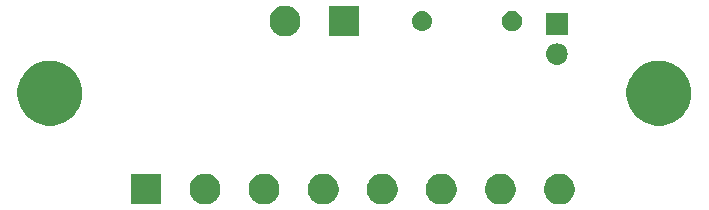
<source format=gbr>
G04 #@! TF.GenerationSoftware,KiCad,Pcbnew,(5.1.4)-1*
G04 #@! TF.CreationDate,2019-09-19T18:51:56-04:00*
G04 #@! TF.ProjectId,power_distribution,706f7765-725f-4646-9973-747269627574,rev?*
G04 #@! TF.SameCoordinates,Original*
G04 #@! TF.FileFunction,Soldermask,Bot*
G04 #@! TF.FilePolarity,Negative*
%FSLAX46Y46*%
G04 Gerber Fmt 4.6, Leading zero omitted, Abs format (unit mm)*
G04 Created by KiCad (PCBNEW (5.1.4)-1) date 2019-09-19 18:51:56*
%MOMM*%
%LPD*%
G04 APERTURE LIST*
%ADD10C,0.100000*%
G04 APERTURE END LIST*
D10*
G36*
X186843487Y-92728996D02*
G01*
X187080253Y-92827068D01*
X187080255Y-92827069D01*
X187293339Y-92969447D01*
X187474553Y-93150661D01*
X187616932Y-93363747D01*
X187715004Y-93600513D01*
X187765000Y-93851861D01*
X187765000Y-94108139D01*
X187715004Y-94359487D01*
X187616932Y-94596253D01*
X187616931Y-94596255D01*
X187474553Y-94809339D01*
X187293339Y-94990553D01*
X187080255Y-95132931D01*
X187080254Y-95132932D01*
X187080253Y-95132932D01*
X186843487Y-95231004D01*
X186592139Y-95281000D01*
X186335861Y-95281000D01*
X186084513Y-95231004D01*
X185847747Y-95132932D01*
X185847746Y-95132932D01*
X185847745Y-95132931D01*
X185634661Y-94990553D01*
X185453447Y-94809339D01*
X185311069Y-94596255D01*
X185311068Y-94596253D01*
X185212996Y-94359487D01*
X185163000Y-94108139D01*
X185163000Y-93851861D01*
X185212996Y-93600513D01*
X185311068Y-93363747D01*
X185453447Y-93150661D01*
X185634661Y-92969447D01*
X185847745Y-92827069D01*
X185847747Y-92827068D01*
X186084513Y-92728996D01*
X186335861Y-92679000D01*
X186592139Y-92679000D01*
X186843487Y-92728996D01*
X186843487Y-92728996D01*
G37*
G36*
X157765000Y-95281000D02*
G01*
X155163000Y-95281000D01*
X155163000Y-92679000D01*
X157765000Y-92679000D01*
X157765000Y-95281000D01*
X157765000Y-95281000D01*
G37*
G36*
X161843487Y-92728996D02*
G01*
X162080253Y-92827068D01*
X162080255Y-92827069D01*
X162293339Y-92969447D01*
X162474553Y-93150661D01*
X162616932Y-93363747D01*
X162715004Y-93600513D01*
X162765000Y-93851861D01*
X162765000Y-94108139D01*
X162715004Y-94359487D01*
X162616932Y-94596253D01*
X162616931Y-94596255D01*
X162474553Y-94809339D01*
X162293339Y-94990553D01*
X162080255Y-95132931D01*
X162080254Y-95132932D01*
X162080253Y-95132932D01*
X161843487Y-95231004D01*
X161592139Y-95281000D01*
X161335861Y-95281000D01*
X161084513Y-95231004D01*
X160847747Y-95132932D01*
X160847746Y-95132932D01*
X160847745Y-95132931D01*
X160634661Y-94990553D01*
X160453447Y-94809339D01*
X160311069Y-94596255D01*
X160311068Y-94596253D01*
X160212996Y-94359487D01*
X160163000Y-94108139D01*
X160163000Y-93851861D01*
X160212996Y-93600513D01*
X160311068Y-93363747D01*
X160453447Y-93150661D01*
X160634661Y-92969447D01*
X160847745Y-92827069D01*
X160847747Y-92827068D01*
X161084513Y-92728996D01*
X161335861Y-92679000D01*
X161592139Y-92679000D01*
X161843487Y-92728996D01*
X161843487Y-92728996D01*
G37*
G36*
X166843487Y-92728996D02*
G01*
X167080253Y-92827068D01*
X167080255Y-92827069D01*
X167293339Y-92969447D01*
X167474553Y-93150661D01*
X167616932Y-93363747D01*
X167715004Y-93600513D01*
X167765000Y-93851861D01*
X167765000Y-94108139D01*
X167715004Y-94359487D01*
X167616932Y-94596253D01*
X167616931Y-94596255D01*
X167474553Y-94809339D01*
X167293339Y-94990553D01*
X167080255Y-95132931D01*
X167080254Y-95132932D01*
X167080253Y-95132932D01*
X166843487Y-95231004D01*
X166592139Y-95281000D01*
X166335861Y-95281000D01*
X166084513Y-95231004D01*
X165847747Y-95132932D01*
X165847746Y-95132932D01*
X165847745Y-95132931D01*
X165634661Y-94990553D01*
X165453447Y-94809339D01*
X165311069Y-94596255D01*
X165311068Y-94596253D01*
X165212996Y-94359487D01*
X165163000Y-94108139D01*
X165163000Y-93851861D01*
X165212996Y-93600513D01*
X165311068Y-93363747D01*
X165453447Y-93150661D01*
X165634661Y-92969447D01*
X165847745Y-92827069D01*
X165847747Y-92827068D01*
X166084513Y-92728996D01*
X166335861Y-92679000D01*
X166592139Y-92679000D01*
X166843487Y-92728996D01*
X166843487Y-92728996D01*
G37*
G36*
X171843487Y-92728996D02*
G01*
X172080253Y-92827068D01*
X172080255Y-92827069D01*
X172293339Y-92969447D01*
X172474553Y-93150661D01*
X172616932Y-93363747D01*
X172715004Y-93600513D01*
X172765000Y-93851861D01*
X172765000Y-94108139D01*
X172715004Y-94359487D01*
X172616932Y-94596253D01*
X172616931Y-94596255D01*
X172474553Y-94809339D01*
X172293339Y-94990553D01*
X172080255Y-95132931D01*
X172080254Y-95132932D01*
X172080253Y-95132932D01*
X171843487Y-95231004D01*
X171592139Y-95281000D01*
X171335861Y-95281000D01*
X171084513Y-95231004D01*
X170847747Y-95132932D01*
X170847746Y-95132932D01*
X170847745Y-95132931D01*
X170634661Y-94990553D01*
X170453447Y-94809339D01*
X170311069Y-94596255D01*
X170311068Y-94596253D01*
X170212996Y-94359487D01*
X170163000Y-94108139D01*
X170163000Y-93851861D01*
X170212996Y-93600513D01*
X170311068Y-93363747D01*
X170453447Y-93150661D01*
X170634661Y-92969447D01*
X170847745Y-92827069D01*
X170847747Y-92827068D01*
X171084513Y-92728996D01*
X171335861Y-92679000D01*
X171592139Y-92679000D01*
X171843487Y-92728996D01*
X171843487Y-92728996D01*
G37*
G36*
X176843487Y-92728996D02*
G01*
X177080253Y-92827068D01*
X177080255Y-92827069D01*
X177293339Y-92969447D01*
X177474553Y-93150661D01*
X177616932Y-93363747D01*
X177715004Y-93600513D01*
X177765000Y-93851861D01*
X177765000Y-94108139D01*
X177715004Y-94359487D01*
X177616932Y-94596253D01*
X177616931Y-94596255D01*
X177474553Y-94809339D01*
X177293339Y-94990553D01*
X177080255Y-95132931D01*
X177080254Y-95132932D01*
X177080253Y-95132932D01*
X176843487Y-95231004D01*
X176592139Y-95281000D01*
X176335861Y-95281000D01*
X176084513Y-95231004D01*
X175847747Y-95132932D01*
X175847746Y-95132932D01*
X175847745Y-95132931D01*
X175634661Y-94990553D01*
X175453447Y-94809339D01*
X175311069Y-94596255D01*
X175311068Y-94596253D01*
X175212996Y-94359487D01*
X175163000Y-94108139D01*
X175163000Y-93851861D01*
X175212996Y-93600513D01*
X175311068Y-93363747D01*
X175453447Y-93150661D01*
X175634661Y-92969447D01*
X175847745Y-92827069D01*
X175847747Y-92827068D01*
X176084513Y-92728996D01*
X176335861Y-92679000D01*
X176592139Y-92679000D01*
X176843487Y-92728996D01*
X176843487Y-92728996D01*
G37*
G36*
X181843487Y-92728996D02*
G01*
X182080253Y-92827068D01*
X182080255Y-92827069D01*
X182293339Y-92969447D01*
X182474553Y-93150661D01*
X182616932Y-93363747D01*
X182715004Y-93600513D01*
X182765000Y-93851861D01*
X182765000Y-94108139D01*
X182715004Y-94359487D01*
X182616932Y-94596253D01*
X182616931Y-94596255D01*
X182474553Y-94809339D01*
X182293339Y-94990553D01*
X182080255Y-95132931D01*
X182080254Y-95132932D01*
X182080253Y-95132932D01*
X181843487Y-95231004D01*
X181592139Y-95281000D01*
X181335861Y-95281000D01*
X181084513Y-95231004D01*
X180847747Y-95132932D01*
X180847746Y-95132932D01*
X180847745Y-95132931D01*
X180634661Y-94990553D01*
X180453447Y-94809339D01*
X180311069Y-94596255D01*
X180311068Y-94596253D01*
X180212996Y-94359487D01*
X180163000Y-94108139D01*
X180163000Y-93851861D01*
X180212996Y-93600513D01*
X180311068Y-93363747D01*
X180453447Y-93150661D01*
X180634661Y-92969447D01*
X180847745Y-92827069D01*
X180847747Y-92827068D01*
X181084513Y-92728996D01*
X181335861Y-92679000D01*
X181592139Y-92679000D01*
X181843487Y-92728996D01*
X181843487Y-92728996D01*
G37*
G36*
X191843487Y-92728996D02*
G01*
X192080253Y-92827068D01*
X192080255Y-92827069D01*
X192293339Y-92969447D01*
X192474553Y-93150661D01*
X192616932Y-93363747D01*
X192715004Y-93600513D01*
X192765000Y-93851861D01*
X192765000Y-94108139D01*
X192715004Y-94359487D01*
X192616932Y-94596253D01*
X192616931Y-94596255D01*
X192474553Y-94809339D01*
X192293339Y-94990553D01*
X192080255Y-95132931D01*
X192080254Y-95132932D01*
X192080253Y-95132932D01*
X191843487Y-95231004D01*
X191592139Y-95281000D01*
X191335861Y-95281000D01*
X191084513Y-95231004D01*
X190847747Y-95132932D01*
X190847746Y-95132932D01*
X190847745Y-95132931D01*
X190634661Y-94990553D01*
X190453447Y-94809339D01*
X190311069Y-94596255D01*
X190311068Y-94596253D01*
X190212996Y-94359487D01*
X190163000Y-94108139D01*
X190163000Y-93851861D01*
X190212996Y-93600513D01*
X190311068Y-93363747D01*
X190453447Y-93150661D01*
X190634661Y-92969447D01*
X190847745Y-92827069D01*
X190847747Y-92827068D01*
X191084513Y-92728996D01*
X191335861Y-92679000D01*
X191592139Y-92679000D01*
X191843487Y-92728996D01*
X191843487Y-92728996D01*
G37*
G36*
X148872693Y-83153859D02*
G01*
X149138437Y-83206719D01*
X149639087Y-83414095D01*
X149819561Y-83534684D01*
X150089660Y-83715158D01*
X150472842Y-84098340D01*
X150653316Y-84368439D01*
X150773905Y-84548913D01*
X150907363Y-84871109D01*
X150981281Y-85049564D01*
X151087000Y-85581049D01*
X151087000Y-86122951D01*
X151051186Y-86303000D01*
X150981281Y-86654437D01*
X150773905Y-87155087D01*
X150717521Y-87239471D01*
X150472842Y-87605660D01*
X150089660Y-87988842D01*
X149826774Y-88164496D01*
X149639087Y-88289905D01*
X149138437Y-88497281D01*
X148872694Y-88550140D01*
X148606951Y-88603000D01*
X148065049Y-88603000D01*
X147799306Y-88550140D01*
X147533563Y-88497281D01*
X147032913Y-88289905D01*
X146845226Y-88164496D01*
X146582340Y-87988842D01*
X146199158Y-87605660D01*
X145954479Y-87239471D01*
X145898095Y-87155087D01*
X145690719Y-86654437D01*
X145620814Y-86303000D01*
X145585000Y-86122951D01*
X145585000Y-85581049D01*
X145690719Y-85049564D01*
X145764637Y-84871109D01*
X145898095Y-84548913D01*
X146018684Y-84368439D01*
X146199158Y-84098340D01*
X146582340Y-83715158D01*
X146852439Y-83534684D01*
X147032913Y-83414095D01*
X147533563Y-83206719D01*
X147799307Y-83153859D01*
X148065049Y-83101000D01*
X148606951Y-83101000D01*
X148872693Y-83153859D01*
X148872693Y-83153859D01*
G37*
G36*
X200434693Y-83153859D02*
G01*
X200700437Y-83206719D01*
X201201087Y-83414095D01*
X201381561Y-83534684D01*
X201651660Y-83715158D01*
X202034842Y-84098340D01*
X202215316Y-84368439D01*
X202335905Y-84548913D01*
X202469363Y-84871109D01*
X202543281Y-85049564D01*
X202649000Y-85581049D01*
X202649000Y-86122951D01*
X202613186Y-86303000D01*
X202543281Y-86654437D01*
X202335905Y-87155087D01*
X202279521Y-87239471D01*
X202034842Y-87605660D01*
X201651660Y-87988842D01*
X201388774Y-88164496D01*
X201201087Y-88289905D01*
X200700437Y-88497281D01*
X200434694Y-88550140D01*
X200168951Y-88603000D01*
X199627049Y-88603000D01*
X199361306Y-88550140D01*
X199095563Y-88497281D01*
X198594913Y-88289905D01*
X198407226Y-88164496D01*
X198144340Y-87988842D01*
X197761158Y-87605660D01*
X197516479Y-87239471D01*
X197460095Y-87155087D01*
X197252719Y-86654437D01*
X197182814Y-86303000D01*
X197147000Y-86122951D01*
X197147000Y-85581049D01*
X197252719Y-85049564D01*
X197326637Y-84871109D01*
X197460095Y-84548913D01*
X197580684Y-84368439D01*
X197761158Y-84098340D01*
X198144340Y-83715158D01*
X198414439Y-83534684D01*
X198594913Y-83414095D01*
X199095563Y-83206719D01*
X199361307Y-83153859D01*
X199627049Y-83101000D01*
X200168951Y-83101000D01*
X200434693Y-83153859D01*
X200434693Y-83153859D01*
G37*
G36*
X191372443Y-81655519D02*
G01*
X191438627Y-81662037D01*
X191608466Y-81713557D01*
X191764991Y-81797222D01*
X191800729Y-81826552D01*
X191902186Y-81909814D01*
X191985448Y-82011271D01*
X192014778Y-82047009D01*
X192098443Y-82203534D01*
X192149963Y-82373373D01*
X192167359Y-82550000D01*
X192149963Y-82726627D01*
X192098443Y-82896466D01*
X192014778Y-83052991D01*
X191985448Y-83088729D01*
X191902186Y-83190186D01*
X191800729Y-83273448D01*
X191764991Y-83302778D01*
X191608466Y-83386443D01*
X191438627Y-83437963D01*
X191372443Y-83444481D01*
X191306260Y-83451000D01*
X191217740Y-83451000D01*
X191151557Y-83444481D01*
X191085373Y-83437963D01*
X190915534Y-83386443D01*
X190759009Y-83302778D01*
X190723271Y-83273448D01*
X190621814Y-83190186D01*
X190538552Y-83088729D01*
X190509222Y-83052991D01*
X190425557Y-82896466D01*
X190374037Y-82726627D01*
X190356641Y-82550000D01*
X190374037Y-82373373D01*
X190425557Y-82203534D01*
X190509222Y-82047009D01*
X190538552Y-82011271D01*
X190621814Y-81909814D01*
X190723271Y-81826552D01*
X190759009Y-81797222D01*
X190915534Y-81713557D01*
X191085373Y-81662037D01*
X191151557Y-81655519D01*
X191217740Y-81649000D01*
X191306260Y-81649000D01*
X191372443Y-81655519D01*
X191372443Y-81655519D01*
G37*
G36*
X174529000Y-81057000D02*
G01*
X171927000Y-81057000D01*
X171927000Y-78455000D01*
X174529000Y-78455000D01*
X174529000Y-81057000D01*
X174529000Y-81057000D01*
G37*
G36*
X168607487Y-78504996D02*
G01*
X168844253Y-78603068D01*
X168844255Y-78603069D01*
X169057339Y-78745447D01*
X169238553Y-78926661D01*
X169380932Y-79139747D01*
X169479004Y-79376513D01*
X169529000Y-79627861D01*
X169529000Y-79884139D01*
X169479004Y-80135487D01*
X169411490Y-80298480D01*
X169380931Y-80372255D01*
X169238553Y-80585339D01*
X169057339Y-80766553D01*
X168844255Y-80908931D01*
X168844254Y-80908932D01*
X168844253Y-80908932D01*
X168607487Y-81007004D01*
X168356139Y-81057000D01*
X168099861Y-81057000D01*
X167848513Y-81007004D01*
X167611747Y-80908932D01*
X167611746Y-80908932D01*
X167611745Y-80908931D01*
X167398661Y-80766553D01*
X167217447Y-80585339D01*
X167075069Y-80372255D01*
X167044510Y-80298480D01*
X166976996Y-80135487D01*
X166927000Y-79884139D01*
X166927000Y-79627861D01*
X166976996Y-79376513D01*
X167075068Y-79139747D01*
X167217447Y-78926661D01*
X167398661Y-78745447D01*
X167611745Y-78603069D01*
X167611747Y-78603068D01*
X167848513Y-78504996D01*
X168099861Y-78455000D01*
X168356139Y-78455000D01*
X168607487Y-78504996D01*
X168607487Y-78504996D01*
G37*
G36*
X192163000Y-80911000D02*
G01*
X190361000Y-80911000D01*
X190361000Y-79109000D01*
X192163000Y-79109000D01*
X192163000Y-80911000D01*
X192163000Y-80911000D01*
G37*
G36*
X187700228Y-78937703D02*
G01*
X187855100Y-79001853D01*
X187994481Y-79094985D01*
X188113015Y-79213519D01*
X188206147Y-79352900D01*
X188270297Y-79507772D01*
X188303000Y-79672184D01*
X188303000Y-79839816D01*
X188270297Y-80004228D01*
X188206147Y-80159100D01*
X188113015Y-80298481D01*
X187994481Y-80417015D01*
X187855100Y-80510147D01*
X187700228Y-80574297D01*
X187535816Y-80607000D01*
X187368184Y-80607000D01*
X187203772Y-80574297D01*
X187048900Y-80510147D01*
X186909519Y-80417015D01*
X186790985Y-80298481D01*
X186697853Y-80159100D01*
X186633703Y-80004228D01*
X186601000Y-79839816D01*
X186601000Y-79672184D01*
X186633703Y-79507772D01*
X186697853Y-79352900D01*
X186790985Y-79213519D01*
X186909519Y-79094985D01*
X187048900Y-79001853D01*
X187203772Y-78937703D01*
X187368184Y-78905000D01*
X187535816Y-78905000D01*
X187700228Y-78937703D01*
X187700228Y-78937703D01*
G37*
G36*
X179998823Y-78917313D02*
G01*
X180159242Y-78965976D01*
X180226361Y-79001852D01*
X180307078Y-79044996D01*
X180436659Y-79151341D01*
X180543004Y-79280922D01*
X180543005Y-79280924D01*
X180622024Y-79428758D01*
X180670687Y-79589177D01*
X180687117Y-79756000D01*
X180670687Y-79922823D01*
X180622024Y-80083242D01*
X180581477Y-80159100D01*
X180543004Y-80231078D01*
X180436659Y-80360659D01*
X180307078Y-80467004D01*
X180307076Y-80467005D01*
X180159242Y-80546024D01*
X179998823Y-80594687D01*
X179873804Y-80607000D01*
X179790196Y-80607000D01*
X179665177Y-80594687D01*
X179504758Y-80546024D01*
X179356924Y-80467005D01*
X179356922Y-80467004D01*
X179227341Y-80360659D01*
X179120996Y-80231078D01*
X179082523Y-80159100D01*
X179041976Y-80083242D01*
X178993313Y-79922823D01*
X178976883Y-79756000D01*
X178993313Y-79589177D01*
X179041976Y-79428758D01*
X179120995Y-79280924D01*
X179120996Y-79280922D01*
X179227341Y-79151341D01*
X179356922Y-79044996D01*
X179437639Y-79001852D01*
X179504758Y-78965976D01*
X179665177Y-78917313D01*
X179790196Y-78905000D01*
X179873804Y-78905000D01*
X179998823Y-78917313D01*
X179998823Y-78917313D01*
G37*
M02*

</source>
